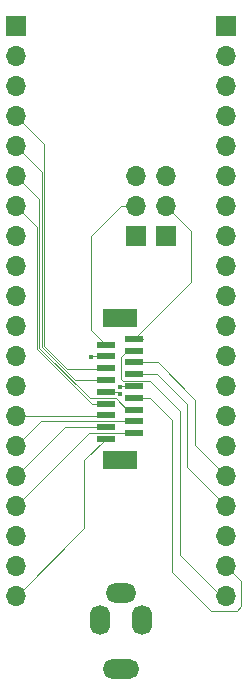
<source format=gbr>
%TF.GenerationSoftware,KiCad,Pcbnew,7.0.7-7.0.7~ubuntu22.04.1*%
%TF.CreationDate,2023-09-13T15:14:38+01:00*%
%TF.ProjectId,clvHd_master_pico,636c7648-645f-46d6-9173-7465725f7069,rev?*%
%TF.SameCoordinates,Original*%
%TF.FileFunction,Copper,L4,Bot*%
%TF.FilePolarity,Positive*%
%FSLAX46Y46*%
G04 Gerber Fmt 4.6, Leading zero omitted, Abs format (unit mm)*
G04 Created by KiCad (PCBNEW 7.0.7-7.0.7~ubuntu22.04.1) date 2023-09-13 15:14:38*
%MOMM*%
%LPD*%
G01*
G04 APERTURE LIST*
G04 Aperture macros list*
%AMRoundRect*
0 Rectangle with rounded corners*
0 $1 Rounding radius*
0 $2 $3 $4 $5 $6 $7 $8 $9 X,Y pos of 4 corners*
0 Add a 4 corners polygon primitive as box body*
4,1,4,$2,$3,$4,$5,$6,$7,$8,$9,$2,$3,0*
0 Add four circle primitives for the rounded corners*
1,1,$1+$1,$2,$3*
1,1,$1+$1,$4,$5*
1,1,$1+$1,$6,$7*
1,1,$1+$1,$8,$9*
0 Add four rect primitives between the rounded corners*
20,1,$1+$1,$2,$3,$4,$5,0*
20,1,$1+$1,$4,$5,$6,$7,0*
20,1,$1+$1,$6,$7,$8,$9,0*
20,1,$1+$1,$8,$9,$2,$3,0*%
G04 Aperture macros list end*
%TA.AperFunction,ComponentPad*%
%ADD10R,1.700000X1.700000*%
%TD*%
%TA.AperFunction,ComponentPad*%
%ADD11O,1.700000X1.700000*%
%TD*%
%TA.AperFunction,ComponentPad*%
%ADD12RoundRect,0.800000X-0.050000X-0.450000X0.050000X-0.450000X0.050000X0.450000X-0.050000X0.450000X0*%
%TD*%
%TA.AperFunction,ComponentPad*%
%ADD13RoundRect,0.800000X-0.450000X0.050000X-0.450000X-0.050000X0.450000X-0.050000X0.450000X0.050000X0*%
%TD*%
%TA.AperFunction,ComponentPad*%
%ADD14RoundRect,0.800000X-0.700000X0.050000X-0.700000X-0.050000X0.700000X-0.050000X0.700000X0.050000X0*%
%TD*%
%TA.AperFunction,SMDPad,CuDef*%
%ADD15R,1.600000X0.500000*%
%TD*%
%TA.AperFunction,SMDPad,CuDef*%
%ADD16R,2.900000X1.500000*%
%TD*%
%TA.AperFunction,ViaPad*%
%ADD17C,0.400000*%
%TD*%
%TA.AperFunction,Conductor*%
%ADD18C,0.100000*%
%TD*%
G04 APERTURE END LIST*
D10*
%TO.P,J7,1,Pin_1*%
%TO.N,3V3_BAT*%
X103810000Y-79680000D03*
D11*
%TO.P,J7,2,Pin_2*%
%TO.N,+3.3V*%
X103810000Y-77140000D03*
%TO.P,J7,3,Pin_3*%
%TO.N,3V3_PICO*%
X103810000Y-74600000D03*
%TD*%
D10*
%TO.P,J6,1,Pin_1*%
%TO.N,5V_BAT*%
X101270000Y-79680000D03*
D11*
%TO.P,J6,2,Pin_2*%
%TO.N,+5VA*%
X101270000Y-77140000D03*
%TO.P,J6,3,Pin_3*%
%TO.N,3V3_PICO*%
X101270000Y-74600000D03*
%TD*%
D10*
%TO.P,J5,1,Pin_1*%
%TO.N,unconnected-(J5-Pin_1-Pad1)*%
X108890000Y-61870000D03*
D11*
%TO.P,J5,2,Pin_2*%
%TO.N,unconnected-(J5-Pin_2-Pad2)*%
X108890000Y-64410000D03*
%TO.P,J5,3,Pin_3*%
%TO.N,GND*%
X108890000Y-66950000D03*
%TO.P,J5,4,Pin_4*%
%TO.N,unconnected-(J5-Pin_4-Pad4)*%
X108890000Y-69490000D03*
%TO.P,J5,5,Pin_5*%
%TO.N,3V3_PICO*%
X108890000Y-72030000D03*
%TO.P,J5,6,Pin_6*%
%TO.N,unconnected-(J5-Pin_6-Pad6)*%
X108890000Y-74570000D03*
%TO.P,J5,7,Pin_7*%
%TO.N,unconnected-(J5-Pin_7-Pad7)*%
X108890000Y-77110000D03*
%TO.P,J5,8,Pin_8*%
%TO.N,GND*%
X108890000Y-79650000D03*
%TO.P,J5,9,Pin_9*%
%TO.N,unconnected-(J5-Pin_9-Pad9)*%
X108890000Y-82190000D03*
%TO.P,J5,10,Pin_10*%
%TO.N,unconnected-(J5-Pin_10-Pad10)*%
X108890000Y-84730000D03*
%TO.P,J5,11,Pin_11*%
%TO.N,unconnected-(J5-Pin_11-Pad11)*%
X108890000Y-87270000D03*
%TO.P,J5,12,Pin_12*%
%TO.N,unconnected-(J5-Pin_12-Pad12)*%
X108890000Y-89810000D03*
%TO.P,J5,13,Pin_13*%
%TO.N,GND*%
X108890000Y-92350000D03*
%TO.P,J5,14,Pin_14*%
%TO.N,unconnected-(J5-Pin_14-Pad14)*%
X108890000Y-94890000D03*
%TO.P,J5,15,Pin_15*%
%TO.N,unconnected-(J5-Pin_15-Pad15)*%
X108890000Y-97430000D03*
%TO.P,J5,16,Pin_16*%
%TO.N,MOSI_DIN*%
X108890000Y-99970000D03*
%TO.P,J5,17,Pin_17*%
%TO.N,SCLK*%
X108890000Y-102510000D03*
%TO.P,J5,18,Pin_18*%
%TO.N,GND*%
X108890000Y-105050000D03*
%TO.P,J5,19,Pin_19*%
%TO.N,RESETB*%
X108890000Y-107590000D03*
%TO.P,J5,20,Pin_20*%
%TO.N,MISO_DOUT*%
X108890000Y-110130000D03*
%TD*%
D10*
%TO.P,J4,1,Pin_1*%
%TO.N,unconnected-(J4-Pin_1-Pad1)*%
X91110000Y-61870000D03*
D11*
%TO.P,J4,2,Pin_2*%
%TO.N,unconnected-(J4-Pin_2-Pad2)*%
X91110000Y-64410000D03*
%TO.P,J4,3,Pin_3*%
%TO.N,GND*%
X91110000Y-66950000D03*
%TO.P,J4,4,Pin_4*%
%TO.N,AUX2*%
X91110000Y-69490000D03*
%TO.P,J4,5,Pin_5*%
%TO.N,AUX1*%
X91110000Y-72030000D03*
%TO.P,J4,6,Pin_6*%
%TO.N,I2C_SDA*%
X91110000Y-74570000D03*
%TO.P,J4,7,Pin_7*%
%TO.N,I2C_SCL*%
X91110000Y-77110000D03*
%TO.P,J4,8,Pin_8*%
%TO.N,GND*%
X91110000Y-79650000D03*
%TO.P,J4,9,Pin_9*%
%TO.N,unconnected-(J4-Pin_9-Pad9)*%
X91110000Y-82190000D03*
%TO.P,J4,10,Pin_10*%
%TO.N,unconnected-(J4-Pin_10-Pad10)*%
X91110000Y-84730000D03*
%TO.P,J4,11,Pin_11*%
%TO.N,unconnected-(J4-Pin_11-Pad11)*%
X91110000Y-87270000D03*
%TO.P,J4,12,Pin_12*%
%TO.N,unconnected-(J4-Pin_12-Pad12)*%
X91110000Y-89810000D03*
%TO.P,J4,13,Pin_13*%
%TO.N,GND*%
X91110000Y-92350000D03*
%TO.P,J4,14,Pin_14*%
%TO.N,ADD_OUT4*%
X91110000Y-94890000D03*
%TO.P,J4,15,Pin_15*%
%TO.N,ADD_OUT3*%
X91110000Y-97430000D03*
%TO.P,J4,16,Pin_16*%
%TO.N,ADD_OUT2*%
X91110000Y-99970000D03*
%TO.P,J4,17,Pin_17*%
%TO.N,ADD_OUT1*%
X91110000Y-102510000D03*
%TO.P,J4,18,Pin_18*%
%TO.N,GND*%
X91110000Y-105050000D03*
%TO.P,J4,19,Pin_19*%
%TO.N,unconnected-(J4-Pin_19-Pad19)*%
X91110000Y-107590000D03*
%TO.P,J4,20,Pin_20*%
%TO.N,LED_OUT*%
X91110000Y-110130000D03*
%TD*%
D12*
%TO.P,J3,1,T*%
%TO.N,GND*%
X101750000Y-112145000D03*
D13*
%TO.P,J3,2,R*%
%TO.N,IN_ref*%
X100000000Y-109845000D03*
D12*
%TO.P,J3,3,T*%
%TO.N,GND*%
X98250000Y-112145000D03*
D14*
%TO.P,J3,6,S*%
%TO.N,IN_ref*%
X100000000Y-116345000D03*
%TD*%
D15*
%TO.P,J1,1,1*%
%TO.N,+3.3V*%
X101100000Y-88350000D03*
%TO.P,J1,2,2*%
%TO.N,+5VA*%
X98700000Y-88850000D03*
%TO.P,J1,3,3*%
%TO.N,MISO_DOUT*%
X101100000Y-89350000D03*
%TO.P,J1,4,4*%
%TO.N,GND*%
X98700000Y-89850000D03*
%TO.P,J1,5,5*%
%TO.N,MOSI_DIN*%
X101100000Y-90350000D03*
%TO.P,J1,6,6*%
%TO.N,AUX2*%
X98700000Y-90850000D03*
%TO.P,J1,7,7*%
%TO.N,SCLK*%
X101100000Y-91350000D03*
%TO.P,J1,8,8*%
%TO.N,AUX1*%
X98700000Y-91850000D03*
%TO.P,J1,9,9*%
%TO.N,GND*%
X101100000Y-92350000D03*
%TO.P,J1,10,10*%
%TO.N,IN_ref*%
X98700000Y-92850000D03*
%TO.P,J1,11,11*%
%TO.N,RESETB*%
X101100000Y-93350000D03*
%TO.P,J1,12,12*%
%TO.N,I2C_SCL*%
X98700000Y-93850000D03*
%TO.P,J1,13,13*%
%TO.N,I2C_SDA*%
X101100000Y-94350000D03*
%TO.P,J1,14,14*%
%TO.N,ADD_OUT4*%
X98700000Y-94850000D03*
%TO.P,J1,15,15*%
%TO.N,ADD_OUT3*%
X101100000Y-95350000D03*
%TO.P,J1,16,16*%
%TO.N,ADD_OUT2*%
X98700000Y-95850000D03*
%TO.P,J1,17,17*%
%TO.N,ADD_OUT1*%
X101100000Y-96350000D03*
%TO.P,J1,18,18*%
%TO.N,LED_OUT*%
X98700000Y-96850000D03*
D16*
%TO.P,J1,19,sh1*%
%TO.N,unconnected-(J1-sh1-Pad19)*%
X99900000Y-86600000D03*
%TO.P,J1,20,sh2*%
%TO.N,unconnected-(J1-sh2-Pad20)*%
X99900000Y-98600000D03*
%TD*%
D17*
%TO.N,GND*%
X97500000Y-89900000D03*
X99900000Y-92400000D03*
%TO.N,IN_ref*%
X99900000Y-93000000D03*
%TD*%
D18*
%TO.N,+3.3V*%
X105940000Y-79270000D02*
X103810000Y-77140000D01*
X101100000Y-88350000D02*
X101850000Y-88350000D01*
X101100000Y-88350000D02*
X105940000Y-83510000D01*
X105940000Y-83510000D02*
X105940000Y-79270000D01*
%TO.N,+5VA*%
X97460000Y-87610000D02*
X97475000Y-87625000D01*
X97460000Y-79680000D02*
X97460000Y-87610000D01*
X97460000Y-79680000D02*
X100000000Y-77140000D01*
X100000000Y-77140000D02*
X101270000Y-77140000D01*
X98700000Y-88850000D02*
X97475000Y-87625000D01*
%TO.N,MISO_DOUT*%
X101100000Y-89350000D02*
X100550000Y-89350000D01*
X105000000Y-106700000D02*
X108430000Y-110130000D01*
X108430000Y-110130000D02*
X108890000Y-110130000D01*
X100550000Y-89350000D02*
X100000000Y-89900000D01*
X100000000Y-89900000D02*
X100000000Y-91760000D01*
X105000000Y-94500000D02*
X105000000Y-106700000D01*
X100000000Y-91760000D02*
X100200000Y-91960000D01*
X100200000Y-91960000D02*
X102460000Y-91960000D01*
X102460000Y-91960000D02*
X105000000Y-94500000D01*
%TO.N,GND*%
X99950000Y-92350000D02*
X99900000Y-92400000D01*
X98700000Y-89850000D02*
X97550000Y-89850000D01*
X101100000Y-92350000D02*
X99950000Y-92350000D01*
%TO.N,MOSI_DIN*%
X103150000Y-90350000D02*
X106300000Y-93500000D01*
X106300000Y-97380000D02*
X108890000Y-99970000D01*
X101100000Y-90350000D02*
X103150000Y-90350000D01*
X106300000Y-93500000D02*
X106300000Y-97380000D01*
%TO.N,AUX2*%
X98650000Y-90900000D02*
X95406100Y-90900000D01*
X93470000Y-86100000D02*
X93470000Y-71850000D01*
X93470000Y-88963900D02*
X95406100Y-90900000D01*
X93470000Y-71850000D02*
X91110000Y-69490000D01*
X93470000Y-86100000D02*
X93470000Y-88963900D01*
X98700000Y-90850000D02*
X98650000Y-90900000D01*
%TO.N,SCLK*%
X105600000Y-99220000D02*
X108890000Y-102510000D01*
X101100000Y-91350000D02*
X103050000Y-91350000D01*
X103050000Y-91350000D02*
X105600000Y-93900000D01*
X105600000Y-93900000D02*
X105600000Y-99220000D01*
%TO.N,AUX1*%
X93280000Y-89000000D02*
X93280000Y-89042600D01*
X98700000Y-91850000D02*
X96087400Y-91850000D01*
X93280000Y-74200000D02*
X91110000Y-72030000D01*
X93280000Y-89000000D02*
X93280000Y-74200000D01*
X93280000Y-89042600D02*
X96087400Y-91850000D01*
%TO.N,IN_ref*%
X98700000Y-92850000D02*
X99750000Y-92850000D01*
X99750000Y-92850000D02*
X99900000Y-93000000D01*
%TO.N,RESETB*%
X107600000Y-111400000D02*
X109800000Y-111400000D01*
X101100000Y-93350000D02*
X102450000Y-93350000D01*
X110200000Y-108900000D02*
X108890000Y-107590000D01*
X104300000Y-108100000D02*
X107600000Y-111400000D01*
X109800000Y-111400000D02*
X110200000Y-111000000D01*
X110200000Y-111000000D02*
X110200000Y-108900000D01*
X104300000Y-95200000D02*
X104300000Y-108100000D01*
X102450000Y-93350000D02*
X104300000Y-95200000D01*
%TO.N,I2C_SCL*%
X92900000Y-89200000D02*
X97550000Y-93850000D01*
X97550000Y-93850000D02*
X98700000Y-93850000D01*
X91110000Y-77110000D02*
X92900000Y-78900000D01*
X92900000Y-78900000D02*
X92900000Y-89200000D01*
%TO.N,I2C_SDA*%
X100550000Y-94350000D02*
X101100000Y-94350000D01*
X99600000Y-93400000D02*
X100550000Y-94350000D01*
X93090000Y-89121300D02*
X97368700Y-93400000D01*
X97368700Y-93400000D02*
X99600000Y-93400000D01*
X91110000Y-74570000D02*
X93090000Y-76550000D01*
X93090000Y-76550000D02*
X93090000Y-89121300D01*
%TO.N,ADD_OUT4*%
X91110000Y-94890000D02*
X98660000Y-94890000D01*
X98660000Y-94890000D02*
X98700000Y-94850000D01*
%TO.N,ADD_OUT3*%
X91110000Y-97430000D02*
X93190000Y-95350000D01*
X93190000Y-95350000D02*
X101100000Y-95350000D01*
%TO.N,ADD_OUT2*%
X98700000Y-95850000D02*
X95230000Y-95850000D01*
X95230000Y-95850000D02*
X91110000Y-99970000D01*
%TO.N,ADD_OUT1*%
X101100000Y-96350000D02*
X97270000Y-96350000D01*
X97270000Y-96350000D02*
X91110000Y-102510000D01*
%TO.N,LED_OUT*%
X98700000Y-96850000D02*
X96900000Y-98650000D01*
X96900000Y-104400000D02*
X91170000Y-110130000D01*
X96900000Y-98650000D02*
X96900000Y-104400000D01*
X91170000Y-110130000D02*
X91110000Y-110130000D01*
%TD*%
M02*

</source>
